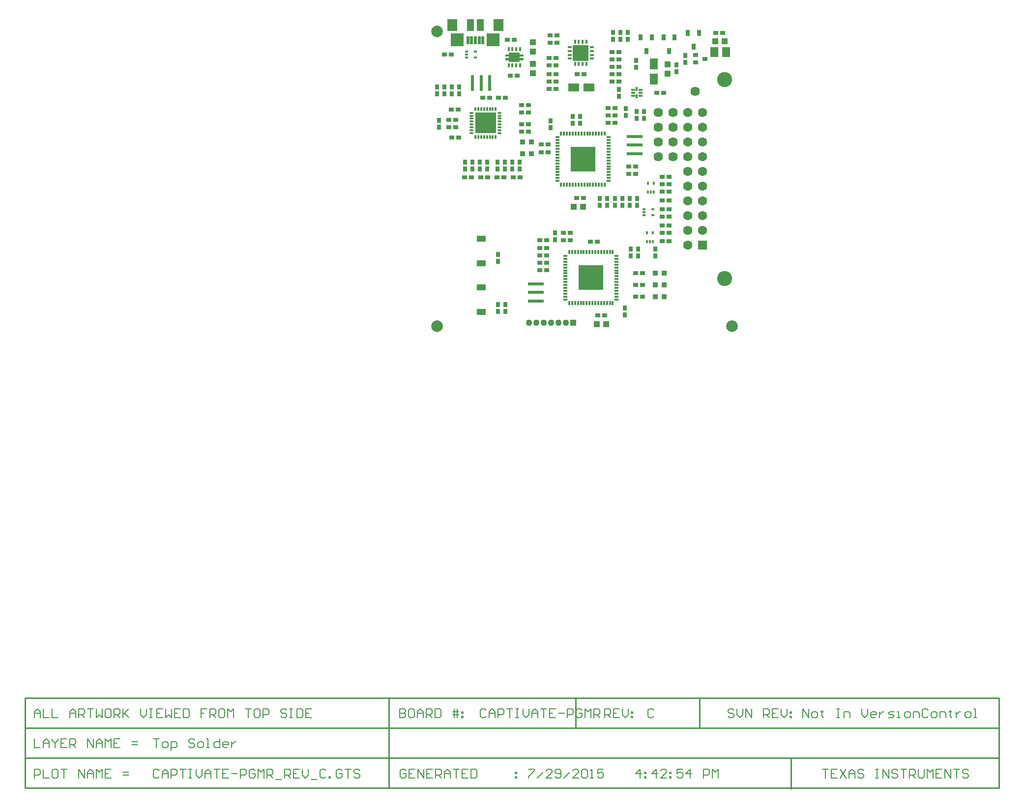
<source format=gts>
%FSAX25Y25*%
%MOIN*%
G70*
G01*
G75*
G04 Layer_Color=8388736*
%ADD10R,0.01575X0.10236*%
%ADD11R,0.03150X0.02362*%
%ADD12R,0.03150X0.03150*%
%ADD13R,0.03937X0.03740*%
%ADD14R,0.01969X0.01181*%
%ADD15R,0.01181X0.01969*%
%ADD16R,0.02362X0.03150*%
%ADD17R,0.10236X0.01575*%
G04:AMPARAMS|DCode=18|XSize=23.62mil|YSize=39.37mil|CornerRadius=5.91mil|HoleSize=0mil|Usage=FLASHONLY|Rotation=0.000|XOffset=0mil|YOffset=0mil|HoleType=Round|Shape=RoundedRectangle|*
%AMROUNDEDRECTD18*
21,1,0.02362,0.02756,0,0,0.0*
21,1,0.01181,0.03937,0,0,0.0*
1,1,0.01181,0.00591,-0.01378*
1,1,0.01181,-0.00591,-0.01378*
1,1,0.01181,-0.00591,0.01378*
1,1,0.01181,0.00591,0.01378*
%
%ADD18ROUNDEDRECTD18*%
%ADD19R,0.05000X0.06300*%
%ADD20R,0.03740X0.03937*%
%ADD21R,0.04921X0.07087*%
%ADD22R,0.07087X0.04921*%
%ADD23C,0.03937*%
%ADD24O,0.00945X0.02362*%
%ADD25O,0.02362X0.00945*%
%ADD26R,0.16732X0.16732*%
%ADD27R,0.13583X0.13583*%
%ADD28R,0.06890X0.05906*%
%ADD29O,0.01181X0.02362*%
%ADD30R,0.01181X0.02362*%
%ADD31R,0.02165X0.00984*%
%ADD32R,0.02165X0.00787*%
%ADD33R,0.05512X0.03740*%
%ADD34R,0.08268X0.08268*%
%ADD35R,0.06299X0.07480*%
%ADD36R,0.04724X0.07480*%
%ADD37R,0.01575X0.05315*%
%ADD38O,0.02362X0.01181*%
%ADD39R,0.10630X0.10630*%
%ADD40C,0.00800*%
%ADD41C,0.00900*%
%ADD42C,0.01000*%
%ADD43C,0.02000*%
%ADD44C,0.01500*%
%ADD45C,0.01200*%
%ADD46R,0.17200X0.17200*%
%ADD47C,0.06000*%
%ADD48C,0.05906*%
%ADD49R,0.05906X0.05906*%
%ADD50R,0.03937X0.03937*%
%ADD51C,0.09843*%
%ADD52C,0.03000*%
%ADD53C,0.01969*%
%ADD54C,0.04000*%
%ADD55C,0.00100*%
%ADD56C,0.07543*%
%ADD57C,0.06756*%
%ADD58C,0.10693*%
%ADD59C,0.08000*%
%ADD60C,0.05600*%
%ADD61C,0.04787*%
%ADD62C,0.00700*%
%ADD63C,0.00787*%
%ADD64C,0.00669*%
%ADD65C,0.00600*%
%ADD66R,0.01969X0.06299*%
%ADD67R,0.01968X0.06299*%
%ADD68R,0.00787X0.03248*%
%ADD69R,0.01969X0.06299*%
%ADD70R,0.01280X0.02658*%
%ADD71R,0.07039X0.07039*%
%ADD72R,0.05850X0.05850*%
%ADD73R,0.06240X0.05445*%
%ADD74R,0.04677X0.04677*%
%ADD75R,0.00100X0.00100*%
%ADD76R,0.01969X0.10630*%
%ADD77R,0.03543X0.02756*%
%ADD78R,0.03543X0.03543*%
%ADD79R,0.04331X0.04134*%
%ADD80R,0.02362X0.01575*%
%ADD81R,0.01575X0.02362*%
%ADD82R,0.02756X0.03543*%
%ADD83R,0.10630X0.01969*%
G04:AMPARAMS|DCode=84|XSize=27.56mil|YSize=43.31mil|CornerRadius=7.87mil|HoleSize=0mil|Usage=FLASHONLY|Rotation=0.000|XOffset=0mil|YOffset=0mil|HoleType=Round|Shape=RoundedRectangle|*
%AMROUNDEDRECTD84*
21,1,0.02756,0.02756,0,0,0.0*
21,1,0.01181,0.04331,0,0,0.0*
1,1,0.01575,0.00591,-0.01378*
1,1,0.01575,-0.00591,-0.01378*
1,1,0.01575,-0.00591,0.01378*
1,1,0.01575,0.00591,0.01378*
%
%ADD84ROUNDEDRECTD84*%
%ADD85R,0.05394X0.06694*%
%ADD86R,0.04134X0.04331*%
%ADD87R,0.05315X0.07480*%
%ADD88R,0.07480X0.05315*%
%ADD89C,0.07874*%
%ADD90O,0.01496X0.02913*%
%ADD91O,0.02913X0.01496*%
%ADD92R,0.17126X0.17126*%
%ADD93O,0.02756X0.01339*%
%ADD94O,0.01339X0.02756*%
%ADD95R,0.13976X0.13976*%
%ADD96R,0.07284X0.06299*%
%ADD97O,0.01575X0.02756*%
%ADD98R,0.01575X0.02756*%
%ADD99R,0.02559X0.01378*%
%ADD100R,0.02559X0.01181*%
%ADD101R,0.05906X0.04134*%
%ADD102R,0.08661X0.08661*%
%ADD103R,0.06693X0.07874*%
%ADD104R,0.05118X0.07874*%
%ADD105R,0.01969X0.05709*%
%ADD106O,0.02756X0.01575*%
%ADD107R,0.11024X0.11024*%
%ADD108C,0.06394*%
%ADD109C,0.06299*%
%ADD110R,0.06299X0.06299*%
%ADD111C,0.04331*%
%ADD112R,0.04331X0.04331*%
%ADD113C,0.10236*%
%ADD114C,0.02362*%
G36*
X0375184Y0539047D02*
X0375221Y0539036D01*
X0375255Y0539017D01*
X0375285Y0538993D01*
X0375309Y0538963D01*
X0375328Y0538928D01*
X0375339Y0538891D01*
X0375343Y0538853D01*
Y0537928D01*
X0377606Y0537928D01*
X0377644Y0537925D01*
X0377681Y0537914D01*
X0377715Y0537895D01*
X0377745Y0537871D01*
X0377770Y0537841D01*
X0377788Y0537806D01*
X0377800Y0537769D01*
X0377803Y0537731D01*
Y0536628D01*
X0377800Y0536590D01*
X0377788Y0536553D01*
X0377770Y0536518D01*
X0377745Y0536488D01*
X0377715Y0536464D01*
X0377681Y0536446D01*
X0377644Y0536434D01*
X0377606Y0536431D01*
X0375343Y0536431D01*
Y0535369D01*
X0377606D01*
X0377644Y0535366D01*
X0377681Y0535354D01*
X0377715Y0535336D01*
X0377745Y0535312D01*
X0377770Y0535282D01*
X0377788Y0535247D01*
X0377800Y0535210D01*
X0377803Y0535172D01*
Y0534069D01*
X0377800Y0534031D01*
X0377788Y0533994D01*
X0377770Y0533959D01*
X0377745Y0533929D01*
X0377715Y0533905D01*
X0377681Y0533886D01*
X0377644Y0533875D01*
X0377606Y0533872D01*
X0375343D01*
Y0532947D01*
X0375339Y0532909D01*
X0375328Y0532872D01*
X0375309Y0532837D01*
X0375285Y0532807D01*
X0375255Y0532783D01*
X0375221Y0532764D01*
X0375184Y0532753D01*
X0375145Y0532749D01*
X0368255D01*
X0368216Y0532753D01*
X0368179Y0532764D01*
X0368145Y0532783D01*
X0368115Y0532807D01*
X0368091Y0532837D01*
X0368072Y0532872D01*
X0368061Y0532909D01*
X0368057Y0532947D01*
Y0533872D01*
X0365794D01*
X0365756Y0533875D01*
X0365719Y0533886D01*
X0365685Y0533905D01*
X0365655Y0533929D01*
X0365630Y0533959D01*
X0365612Y0533994D01*
X0365600Y0534031D01*
X0365597Y0534069D01*
Y0535172D01*
X0365600Y0535210D01*
X0365612Y0535247D01*
X0365630Y0535282D01*
X0365655Y0535312D01*
X0365685Y0535336D01*
X0365719Y0535354D01*
X0365756Y0535366D01*
X0365794Y0535369D01*
X0368057D01*
Y0536431D01*
X0365794Y0536431D01*
X0365756Y0536434D01*
X0365719Y0536446D01*
X0365685Y0536464D01*
X0365655Y0536488D01*
X0365630Y0536518D01*
X0365612Y0536553D01*
X0365600Y0536590D01*
X0365597Y0536628D01*
Y0537731D01*
X0365600Y0537769D01*
X0365612Y0537806D01*
X0365630Y0537841D01*
X0365655Y0537871D01*
X0365685Y0537895D01*
X0365719Y0537914D01*
X0365756Y0537925D01*
X0365794Y0537928D01*
X0368057Y0537928D01*
Y0538853D01*
X0368061Y0538891D01*
X0368072Y0538928D01*
X0368091Y0538963D01*
X0368115Y0538993D01*
X0368145Y0539017D01*
X0368179Y0539036D01*
X0368216Y0539047D01*
X0368255Y0539051D01*
X0375145D01*
X0375184Y0539047D01*
D02*
G37*
G54D40*
X0126900Y0073549D02*
X0130899D01*
X0128899D01*
Y0067551D01*
X0133898D02*
X0135897D01*
X0136897Y0068550D01*
Y0070550D01*
X0135897Y0071549D01*
X0133898D01*
X0132898Y0070550D01*
Y0068550D01*
X0133898Y0067551D01*
X0138896Y0065551D02*
Y0071549D01*
X0141895D01*
X0142895Y0070550D01*
Y0068550D01*
X0141895Y0067551D01*
X0138896D01*
X0154891Y0072549D02*
X0153891Y0073549D01*
X0151892D01*
X0150892Y0072549D01*
Y0071549D01*
X0151892Y0070550D01*
X0153891D01*
X0154891Y0069550D01*
Y0068550D01*
X0153891Y0067551D01*
X0151892D01*
X0150892Y0068550D01*
X0157890Y0067551D02*
X0159889D01*
X0160889Y0068550D01*
Y0070550D01*
X0159889Y0071549D01*
X0157890D01*
X0156890Y0070550D01*
Y0068550D01*
X0157890Y0067551D01*
X0162888D02*
X0164888D01*
X0163888D01*
Y0073549D01*
X0162888D01*
X0171885D02*
Y0067551D01*
X0168886D01*
X0167887Y0068550D01*
Y0070550D01*
X0168886Y0071549D01*
X0171885D01*
X0176884Y0067551D02*
X0174884D01*
X0173885Y0068550D01*
Y0070550D01*
X0174884Y0071549D01*
X0176884D01*
X0177884Y0070550D01*
Y0069550D01*
X0173885D01*
X0179883Y0071549D02*
Y0067551D01*
Y0069550D01*
X0180883Y0070550D01*
X0181882Y0071549D01*
X0182882D01*
X0126900Y0073549D02*
X0130899D01*
X0128899D01*
Y0067551D01*
X0133898D02*
X0135897D01*
X0136897Y0068550D01*
Y0070550D01*
X0135897Y0071549D01*
X0133898D01*
X0132898Y0070550D01*
Y0068550D01*
X0133898Y0067551D01*
X0138896Y0065551D02*
Y0071549D01*
X0141895D01*
X0142895Y0070550D01*
Y0068550D01*
X0141895Y0067551D01*
X0138896D01*
X0154891Y0072549D02*
X0153891Y0073549D01*
X0151892D01*
X0150892Y0072549D01*
Y0071549D01*
X0151892Y0070550D01*
X0153891D01*
X0154891Y0069550D01*
Y0068550D01*
X0153891Y0067551D01*
X0151892D01*
X0150892Y0068550D01*
X0157890Y0067551D02*
X0159889D01*
X0160889Y0068550D01*
Y0070550D01*
X0159889Y0071549D01*
X0157890D01*
X0156890Y0070550D01*
Y0068550D01*
X0157890Y0067551D01*
X0162888D02*
X0164888D01*
X0163888D01*
Y0073549D01*
X0162888D01*
X0171885D02*
Y0067551D01*
X0168886D01*
X0167887Y0068550D01*
Y0070550D01*
X0168886Y0071549D01*
X0171885D01*
X0176884Y0067551D02*
X0174884D01*
X0173885Y0068550D01*
Y0070550D01*
X0174884Y0071549D01*
X0176884D01*
X0177884Y0070550D01*
Y0069550D01*
X0173885D01*
X0179883Y0071549D02*
Y0067551D01*
Y0069550D01*
X0180883Y0070550D01*
X0181882Y0071549D01*
X0182882D01*
X0567400Y0087833D02*
Y0093831D01*
X0571399Y0087833D01*
Y0093831D01*
X0574398Y0087833D02*
X0576397D01*
X0577397Y0088833D01*
Y0090832D01*
X0576397Y0091832D01*
X0574398D01*
X0573398Y0090832D01*
Y0088833D01*
X0574398Y0087833D01*
X0580396Y0092832D02*
Y0091832D01*
X0579396D01*
X0581395D01*
X0580396D01*
Y0088833D01*
X0581395Y0087833D01*
X0590393Y0093831D02*
X0592392D01*
X0591392D01*
Y0087833D01*
X0590393D01*
X0592392D01*
X0595391D02*
Y0091832D01*
X0598390D01*
X0599390Y0090832D01*
Y0087833D01*
X0607387Y0093831D02*
Y0089833D01*
X0609386Y0087833D01*
X0611386Y0089833D01*
Y0093831D01*
X0616384Y0087833D02*
X0614385D01*
X0613385Y0088833D01*
Y0090832D01*
X0614385Y0091832D01*
X0616384D01*
X0617384Y0090832D01*
Y0089833D01*
X0613385D01*
X0619383Y0091832D02*
Y0087833D01*
Y0089833D01*
X0620383Y0090832D01*
X0621383Y0091832D01*
X0622382D01*
X0625381Y0087833D02*
X0628380D01*
X0629380Y0088833D01*
X0628380Y0089833D01*
X0626381D01*
X0625381Y0090832D01*
X0626381Y0091832D01*
X0629380D01*
X0631379Y0087833D02*
X0633379D01*
X0632379D01*
Y0091832D01*
X0631379D01*
X0637377Y0087833D02*
X0639377D01*
X0640376Y0088833D01*
Y0090832D01*
X0639377Y0091832D01*
X0637377D01*
X0636378Y0090832D01*
Y0088833D01*
X0637377Y0087833D01*
X0642376D02*
Y0091832D01*
X0645375D01*
X0646374Y0090832D01*
Y0087833D01*
X0652373Y0092832D02*
X0651373Y0093831D01*
X0649373D01*
X0648374Y0092832D01*
Y0088833D01*
X0649373Y0087833D01*
X0651373D01*
X0652373Y0088833D01*
X0655372Y0087833D02*
X0657371D01*
X0658371Y0088833D01*
Y0090832D01*
X0657371Y0091832D01*
X0655372D01*
X0654372Y0090832D01*
Y0088833D01*
X0655372Y0087833D01*
X0660370D02*
Y0091832D01*
X0663369D01*
X0664369Y0090832D01*
Y0087833D01*
X0667368Y0092832D02*
Y0091832D01*
X0666368D01*
X0668367D01*
X0667368D01*
Y0088833D01*
X0668367Y0087833D01*
X0671366Y0091832D02*
Y0087833D01*
Y0089833D01*
X0672366Y0090832D01*
X0673366Y0091832D01*
X0674365D01*
X0678364Y0087833D02*
X0680364D01*
X0681363Y0088833D01*
Y0090832D01*
X0680364Y0091832D01*
X0678364D01*
X0677364Y0090832D01*
Y0088833D01*
X0678364Y0087833D01*
X0683362D02*
X0685362D01*
X0684362D01*
Y0093831D01*
X0683362D01*
X0520799Y0092832D02*
X0519799Y0093831D01*
X0517800D01*
X0516800Y0092832D01*
Y0091832D01*
X0517800Y0090832D01*
X0519799D01*
X0520799Y0089833D01*
Y0088833D01*
X0519799Y0087833D01*
X0517800D01*
X0516800Y0088833D01*
X0522798Y0093831D02*
Y0089833D01*
X0524797Y0087833D01*
X0526797Y0089833D01*
Y0093831D01*
X0528796Y0087833D02*
Y0093831D01*
X0532795Y0087833D01*
Y0093831D01*
X0540792Y0087833D02*
Y0093831D01*
X0543791D01*
X0544791Y0092832D01*
Y0090832D01*
X0543791Y0089833D01*
X0540792D01*
X0542792D02*
X0544791Y0087833D01*
X0550789Y0093831D02*
X0546790D01*
Y0087833D01*
X0550789D01*
X0546790Y0090832D02*
X0548790D01*
X0552788Y0093831D02*
Y0089833D01*
X0554788Y0087833D01*
X0556787Y0089833D01*
Y0093831D01*
X0558786Y0091832D02*
X0559786D01*
Y0090832D01*
X0558786D01*
Y0091832D01*
Y0088833D02*
X0559786D01*
Y0087833D01*
X0558786D01*
Y0088833D01*
X0433000Y0087833D02*
Y0093831D01*
X0435999D01*
X0436999Y0092832D01*
Y0090832D01*
X0435999Y0089833D01*
X0433000D01*
X0434999D02*
X0436999Y0087833D01*
X0442997Y0093831D02*
X0438998D01*
Y0087833D01*
X0442997D01*
X0438998Y0090832D02*
X0440997D01*
X0444996Y0093831D02*
Y0089833D01*
X0446995Y0087833D01*
X0448995Y0089833D01*
Y0093831D01*
X0450994Y0091832D02*
X0451994D01*
Y0090832D01*
X0450994D01*
Y0091832D01*
Y0088833D02*
X0451994D01*
Y0087833D01*
X0450994D01*
Y0088833D01*
X0130899Y0051965D02*
X0129899Y0052965D01*
X0127900D01*
X0126900Y0051965D01*
Y0047966D01*
X0127900Y0046966D01*
X0129899D01*
X0130899Y0047966D01*
X0132898Y0046966D02*
Y0050965D01*
X0134897Y0052965D01*
X0136897Y0050965D01*
Y0046966D01*
Y0049966D01*
X0132898D01*
X0138896Y0046966D02*
Y0052965D01*
X0141895D01*
X0142895Y0051965D01*
Y0049966D01*
X0141895Y0048966D01*
X0138896D01*
X0144894Y0052965D02*
X0148893D01*
X0146894D01*
Y0046966D01*
X0150892Y0052965D02*
X0152892D01*
X0151892D01*
Y0046966D01*
X0150892D01*
X0152892D01*
X0155891Y0052965D02*
Y0048966D01*
X0157890Y0046966D01*
X0159889Y0048966D01*
Y0052965D01*
X0161889Y0046966D02*
Y0050965D01*
X0163888Y0052965D01*
X0165887Y0050965D01*
Y0046966D01*
Y0049966D01*
X0161889D01*
X0167887Y0052965D02*
X0171885D01*
X0169886D01*
Y0046966D01*
X0177884Y0052965D02*
X0173885D01*
Y0046966D01*
X0177884D01*
X0173885Y0049966D02*
X0175884D01*
X0179883D02*
X0183882D01*
X0185881Y0046966D02*
Y0052965D01*
X0188880D01*
X0189880Y0051965D01*
Y0049966D01*
X0188880Y0048966D01*
X0185881D01*
X0195878Y0051965D02*
X0194878Y0052965D01*
X0192879D01*
X0191879Y0051965D01*
Y0047966D01*
X0192879Y0046966D01*
X0194878D01*
X0195878Y0047966D01*
Y0049966D01*
X0193878D01*
X0197877Y0046966D02*
Y0052965D01*
X0199876Y0050965D01*
X0201876Y0052965D01*
Y0046966D01*
X0203875D02*
Y0052965D01*
X0206874D01*
X0207874Y0051965D01*
Y0049966D01*
X0206874Y0048966D01*
X0203875D01*
X0205874D02*
X0207874Y0046966D01*
X0209873Y0045967D02*
X0213872D01*
X0215871Y0046966D02*
Y0052965D01*
X0218870D01*
X0219870Y0051965D01*
Y0049966D01*
X0218870Y0048966D01*
X0215871D01*
X0217871D02*
X0219870Y0046966D01*
X0225868Y0052965D02*
X0221869D01*
Y0046966D01*
X0225868D01*
X0221869Y0049966D02*
X0223869D01*
X0227867Y0052965D02*
Y0048966D01*
X0229867Y0046966D01*
X0231866Y0048966D01*
Y0052965D01*
X0233865Y0045967D02*
X0237864D01*
X0243862Y0051965D02*
X0242863Y0052965D01*
X0240863D01*
X0239863Y0051965D01*
Y0047966D01*
X0240863Y0046966D01*
X0242863D01*
X0243862Y0047966D01*
X0245862Y0046966D02*
Y0047966D01*
X0246861D01*
Y0046966D01*
X0245862D01*
X0254859Y0051965D02*
X0253859Y0052965D01*
X0251860D01*
X0250860Y0051965D01*
Y0047966D01*
X0251860Y0046966D01*
X0253859D01*
X0254859Y0047966D01*
Y0049966D01*
X0252859D01*
X0256858Y0052965D02*
X0260857D01*
X0258857D01*
Y0046966D01*
X0266855Y0051965D02*
X0265855Y0052965D01*
X0263856D01*
X0262856Y0051965D01*
Y0050965D01*
X0263856Y0049966D01*
X0265855D01*
X0266855Y0048966D01*
Y0047966D01*
X0265855Y0046966D01*
X0263856D01*
X0262856Y0047966D01*
X0381150Y0052965D02*
X0385149D01*
Y0051965D01*
X0381150Y0047966D01*
Y0046966D01*
X0387148D02*
X0391147Y0050965D01*
X0397145Y0046966D02*
X0393146D01*
X0397145Y0050965D01*
Y0051965D01*
X0396145Y0052965D01*
X0394146D01*
X0393146Y0051965D01*
X0399144Y0047966D02*
X0400144Y0046966D01*
X0402143D01*
X0403143Y0047966D01*
Y0051965D01*
X0402143Y0052965D01*
X0400144D01*
X0399144Y0051965D01*
Y0050965D01*
X0400144Y0049966D01*
X0403143D01*
X0405142Y0046966D02*
X0409141Y0050965D01*
X0415139Y0046966D02*
X0411140D01*
X0415139Y0050965D01*
Y0051965D01*
X0414139Y0052965D01*
X0412140D01*
X0411140Y0051965D01*
X0417138D02*
X0418138Y0052965D01*
X0420137D01*
X0421137Y0051965D01*
Y0047966D01*
X0420137Y0046966D01*
X0418138D01*
X0417138Y0047966D01*
Y0051965D01*
X0423136Y0046966D02*
X0425136D01*
X0424136D01*
Y0052965D01*
X0423136Y0051965D01*
X0432133Y0052965D02*
X0428135D01*
Y0049966D01*
X0430134Y0050965D01*
X0431134D01*
X0432133Y0049966D01*
Y0047966D01*
X0431134Y0046966D01*
X0429135D01*
X0428135Y0047966D01*
X0298199Y0051965D02*
X0297199Y0052965D01*
X0295200D01*
X0294200Y0051965D01*
Y0047966D01*
X0295200Y0046966D01*
X0297199D01*
X0298199Y0047966D01*
Y0049966D01*
X0296199D01*
X0304197Y0052965D02*
X0300198D01*
Y0046966D01*
X0304197D01*
X0300198Y0049966D02*
X0302197D01*
X0306196Y0046966D02*
Y0052965D01*
X0310195Y0046966D01*
Y0052965D01*
X0316193D02*
X0312194D01*
Y0046966D01*
X0316193D01*
X0312194Y0049966D02*
X0314194D01*
X0318192Y0046966D02*
Y0052965D01*
X0321191D01*
X0322191Y0051965D01*
Y0049966D01*
X0321191Y0048966D01*
X0318192D01*
X0320192D02*
X0322191Y0046966D01*
X0324190D02*
Y0050965D01*
X0326190Y0052965D01*
X0328189Y0050965D01*
Y0046966D01*
Y0049966D01*
X0324190D01*
X0330188Y0052965D02*
X0334187D01*
X0332188D01*
Y0046966D01*
X0340185Y0052965D02*
X0336186D01*
Y0046966D01*
X0340185D01*
X0336186Y0049966D02*
X0338186D01*
X0342184Y0052965D02*
Y0046966D01*
X0345183D01*
X0346183Y0047966D01*
Y0051965D01*
X0345183Y0052965D01*
X0342184D01*
X0372175Y0050965D02*
X0373175D01*
Y0049966D01*
X0372175D01*
Y0050965D01*
Y0047966D02*
X0373175D01*
Y0046966D01*
X0372175D01*
Y0047966D01*
X0046350Y0087833D02*
Y0091832D01*
X0048349Y0093831D01*
X0050349Y0091832D01*
Y0087833D01*
Y0090832D01*
X0046350D01*
X0052348Y0093831D02*
Y0087833D01*
X0056347D01*
X0058346Y0093831D02*
Y0087833D01*
X0062345D01*
X0070342D02*
Y0091832D01*
X0072342Y0093831D01*
X0074341Y0091832D01*
Y0087833D01*
Y0090832D01*
X0070342D01*
X0076340Y0087833D02*
Y0093831D01*
X0079339D01*
X0080339Y0092832D01*
Y0090832D01*
X0079339Y0089833D01*
X0076340D01*
X0078340D02*
X0080339Y0087833D01*
X0082338Y0093831D02*
X0086337D01*
X0084338D01*
Y0087833D01*
X0088336Y0093831D02*
Y0087833D01*
X0090336Y0089833D01*
X0092335Y0087833D01*
Y0093831D01*
X0097334D02*
X0095334D01*
X0094335Y0092832D01*
Y0088833D01*
X0095334Y0087833D01*
X0097334D01*
X0098333Y0088833D01*
Y0092832D01*
X0097334Y0093831D01*
X0100332Y0087833D02*
Y0093831D01*
X0103332D01*
X0104331Y0092832D01*
Y0090832D01*
X0103332Y0089833D01*
X0100332D01*
X0102332D02*
X0104331Y0087833D01*
X0106331Y0093831D02*
Y0087833D01*
Y0089833D01*
X0110329Y0093831D01*
X0107330Y0090832D01*
X0110329Y0087833D01*
X0118327Y0093831D02*
Y0089833D01*
X0120326Y0087833D01*
X0122325Y0089833D01*
Y0093831D01*
X0124325D02*
X0126324D01*
X0125324D01*
Y0087833D01*
X0124325D01*
X0126324D01*
X0133322Y0093831D02*
X0129323D01*
Y0087833D01*
X0133322D01*
X0129323Y0090832D02*
X0131323D01*
X0135321Y0093831D02*
Y0087833D01*
X0137321Y0089833D01*
X0139320Y0087833D01*
Y0093831D01*
X0145318D02*
X0141319D01*
Y0087833D01*
X0145318D01*
X0141319Y0090832D02*
X0143319D01*
X0147317Y0093831D02*
Y0087833D01*
X0150316D01*
X0151316Y0088833D01*
Y0092832D01*
X0150316Y0093831D01*
X0147317D01*
X0163312D02*
X0159313D01*
Y0090832D01*
X0161313D01*
X0159313D01*
Y0087833D01*
X0165312D02*
Y0093831D01*
X0168310D01*
X0169310Y0092832D01*
Y0090832D01*
X0168310Y0089833D01*
X0165312D01*
X0167311D02*
X0169310Y0087833D01*
X0174309Y0093831D02*
X0172309D01*
X0171310Y0092832D01*
Y0088833D01*
X0172309Y0087833D01*
X0174309D01*
X0175308Y0088833D01*
Y0092832D01*
X0174309Y0093831D01*
X0177308Y0087833D02*
Y0093831D01*
X0179307Y0091832D01*
X0181306Y0093831D01*
Y0087833D01*
X0189304Y0093831D02*
X0193303D01*
X0191303D01*
Y0087833D01*
X0198301Y0093831D02*
X0196301D01*
X0195302Y0092832D01*
Y0088833D01*
X0196301Y0087833D01*
X0198301D01*
X0199301Y0088833D01*
Y0092832D01*
X0198301Y0093831D01*
X0201300Y0087833D02*
Y0093831D01*
X0204299D01*
X0205299Y0092832D01*
Y0090832D01*
X0204299Y0089833D01*
X0201300D01*
X0217295Y0092832D02*
X0216295Y0093831D01*
X0214296D01*
X0213296Y0092832D01*
Y0091832D01*
X0214296Y0090832D01*
X0216295D01*
X0217295Y0089833D01*
Y0088833D01*
X0216295Y0087833D01*
X0214296D01*
X0213296Y0088833D01*
X0219294Y0093831D02*
X0221293D01*
X0220294D01*
Y0087833D01*
X0219294D01*
X0221293D01*
X0224292Y0093831D02*
Y0087833D01*
X0227291D01*
X0228291Y0088833D01*
Y0092832D01*
X0227291Y0093831D01*
X0224292D01*
X0234289D02*
X0230291D01*
Y0087833D01*
X0234289D01*
X0230291Y0090832D02*
X0232290D01*
X0466149Y0092832D02*
X0465149Y0093831D01*
X0463150D01*
X0462150Y0092832D01*
Y0088833D01*
X0463150Y0087833D01*
X0465149D01*
X0466149Y0088833D01*
X0352549Y0092832D02*
X0351549Y0093831D01*
X0349550D01*
X0348550Y0092832D01*
Y0088833D01*
X0349550Y0087833D01*
X0351549D01*
X0352549Y0088833D01*
X0354548Y0087833D02*
Y0091832D01*
X0356547Y0093831D01*
X0358547Y0091832D01*
Y0087833D01*
Y0090832D01*
X0354548D01*
X0360546Y0087833D02*
Y0093831D01*
X0363545D01*
X0364545Y0092832D01*
Y0090832D01*
X0363545Y0089833D01*
X0360546D01*
X0366544Y0093831D02*
X0370543D01*
X0368544D01*
Y0087833D01*
X0372542Y0093831D02*
X0374542D01*
X0373542D01*
Y0087833D01*
X0372542D01*
X0374542D01*
X0377541Y0093831D02*
Y0089833D01*
X0379540Y0087833D01*
X0381539Y0089833D01*
Y0093831D01*
X0383539Y0087833D02*
Y0091832D01*
X0385538Y0093831D01*
X0387537Y0091832D01*
Y0087833D01*
Y0090832D01*
X0383539D01*
X0389537Y0093831D02*
X0393535D01*
X0391536D01*
Y0087833D01*
X0399534Y0093831D02*
X0395535D01*
Y0087833D01*
X0399534D01*
X0395535Y0090832D02*
X0397534D01*
X0401533D02*
X0405532D01*
X0407531Y0087833D02*
Y0093831D01*
X0410530D01*
X0411530Y0092832D01*
Y0090832D01*
X0410530Y0089833D01*
X0407531D01*
X0417528Y0092832D02*
X0416528Y0093831D01*
X0414529D01*
X0413529Y0092832D01*
Y0088833D01*
X0414529Y0087833D01*
X0416528D01*
X0417528Y0088833D01*
Y0090832D01*
X0415528D01*
X0419527Y0087833D02*
Y0093831D01*
X0421526Y0091832D01*
X0423526Y0093831D01*
Y0087833D01*
X0425525D02*
Y0093831D01*
X0428524D01*
X0429524Y0092832D01*
Y0090832D01*
X0428524Y0089833D01*
X0425525D01*
X0427524D02*
X0429524Y0087833D01*
X0294000Y0093831D02*
Y0087833D01*
X0296999D01*
X0297999Y0088833D01*
Y0089833D01*
X0296999Y0090832D01*
X0294000D01*
X0296999D01*
X0297999Y0091832D01*
Y0092832D01*
X0296999Y0093831D01*
X0294000D01*
X0302997D02*
X0300998D01*
X0299998Y0092832D01*
Y0088833D01*
X0300998Y0087833D01*
X0302997D01*
X0303997Y0088833D01*
Y0092832D01*
X0302997Y0093831D01*
X0305996Y0087833D02*
Y0091832D01*
X0307996Y0093831D01*
X0309995Y0091832D01*
Y0087833D01*
Y0090832D01*
X0305996D01*
X0311994Y0087833D02*
Y0093831D01*
X0314993D01*
X0315993Y0092832D01*
Y0090832D01*
X0314993Y0089833D01*
X0311994D01*
X0313994D02*
X0315993Y0087833D01*
X0317992Y0093831D02*
Y0087833D01*
X0320991D01*
X0321991Y0088833D01*
Y0092832D01*
X0320991Y0093831D01*
X0317992D01*
X0330988Y0087833D02*
Y0093831D01*
X0332987D02*
Y0087833D01*
X0329988Y0091832D02*
X0332987D01*
X0333987D01*
X0329988Y0089833D02*
X0333987D01*
X0335986Y0091832D02*
X0336986D01*
Y0090832D01*
X0335986D01*
Y0091832D01*
Y0088833D02*
X0336986D01*
Y0087833D01*
X0335986D01*
Y0088833D01*
X0046350Y0073549D02*
Y0067551D01*
X0050349D01*
X0052348D02*
Y0071549D01*
X0054347Y0073549D01*
X0056347Y0071549D01*
Y0067551D01*
Y0070550D01*
X0052348D01*
X0058346Y0073549D02*
Y0072549D01*
X0060346Y0070550D01*
X0062345Y0072549D01*
Y0073549D01*
X0060346Y0070550D02*
Y0067551D01*
X0068343Y0073549D02*
X0064344D01*
Y0067551D01*
X0068343D01*
X0064344Y0070550D02*
X0066343D01*
X0070342Y0067551D02*
Y0073549D01*
X0073341D01*
X0074341Y0072549D01*
Y0070550D01*
X0073341Y0069550D01*
X0070342D01*
X0072342D02*
X0074341Y0067551D01*
X0082338D02*
Y0073549D01*
X0086337Y0067551D01*
Y0073549D01*
X0088336Y0067551D02*
Y0071549D01*
X0090336Y0073549D01*
X0092335Y0071549D01*
Y0067551D01*
Y0070550D01*
X0088336D01*
X0094335Y0067551D02*
Y0073549D01*
X0096334Y0071549D01*
X0098333Y0073549D01*
Y0067551D01*
X0104331Y0073549D02*
X0100332D01*
Y0067551D01*
X0104331D01*
X0100332Y0070550D02*
X0102332D01*
X0112329Y0069550D02*
X0116327D01*
X0112329Y0071549D02*
X0116327D01*
X0046350Y0046966D02*
Y0052965D01*
X0049349D01*
X0050349Y0051965D01*
Y0049966D01*
X0049349Y0048966D01*
X0046350D01*
X0052348Y0052965D02*
Y0046966D01*
X0056347D01*
X0061345Y0052965D02*
X0059346D01*
X0058346Y0051965D01*
Y0047966D01*
X0059346Y0046966D01*
X0061345D01*
X0062345Y0047966D01*
Y0051965D01*
X0061345Y0052965D01*
X0064344D02*
X0068343D01*
X0066343D01*
Y0046966D01*
X0076340D02*
Y0052965D01*
X0080339Y0046966D01*
Y0052965D01*
X0082338Y0046966D02*
Y0050965D01*
X0084338Y0052965D01*
X0086337Y0050965D01*
Y0046966D01*
Y0049966D01*
X0082338D01*
X0088336Y0046966D02*
Y0052965D01*
X0090336Y0050965D01*
X0092335Y0052965D01*
Y0046966D01*
X0098333Y0052965D02*
X0094335D01*
Y0046966D01*
X0098333D01*
X0094335Y0049966D02*
X0096334D01*
X0106331Y0048966D02*
X0110329D01*
X0106331Y0050965D02*
X0110329D01*
X0457049Y0046966D02*
Y0052965D01*
X0454050Y0049966D01*
X0458049D01*
X0460048Y0050965D02*
X0461048D01*
Y0049966D01*
X0460048D01*
Y0050965D01*
Y0047966D02*
X0461048D01*
Y0046966D01*
X0460048D01*
Y0047966D01*
X0468046Y0046966D02*
Y0052965D01*
X0465046Y0049966D01*
X0469045D01*
X0475043Y0046966D02*
X0471044D01*
X0475043Y0050965D01*
Y0051965D01*
X0474044Y0052965D01*
X0472044D01*
X0471044Y0051965D01*
X0477043Y0050965D02*
X0478042D01*
Y0049966D01*
X0477043D01*
Y0050965D01*
Y0047966D02*
X0478042D01*
Y0046966D01*
X0477043D01*
Y0047966D01*
X0486040Y0052965D02*
X0482041D01*
Y0049966D01*
X0484040Y0050965D01*
X0485040D01*
X0486040Y0049966D01*
Y0047966D01*
X0485040Y0046966D01*
X0483041D01*
X0482041Y0047966D01*
X0491038Y0046966D02*
Y0052965D01*
X0488039Y0049966D01*
X0492038D01*
X0500035Y0046966D02*
Y0052965D01*
X0503034D01*
X0504034Y0051965D01*
Y0049966D01*
X0503034Y0048966D01*
X0500035D01*
X0506033Y0046966D02*
Y0052965D01*
X0508033Y0050965D01*
X0510032Y0052965D01*
Y0046966D01*
X0580500Y0052965D02*
X0584499D01*
X0582499D01*
Y0046966D01*
X0590497Y0052965D02*
X0586498D01*
Y0046966D01*
X0590497D01*
X0586498Y0049966D02*
X0588497D01*
X0592496Y0052965D02*
X0596495Y0046966D01*
Y0052965D02*
X0592496Y0046966D01*
X0598494D02*
Y0050965D01*
X0600493Y0052965D01*
X0602493Y0050965D01*
Y0046966D01*
Y0049966D01*
X0598494D01*
X0608491Y0051965D02*
X0607491Y0052965D01*
X0605492D01*
X0604492Y0051965D01*
Y0050965D01*
X0605492Y0049966D01*
X0607491D01*
X0608491Y0048966D01*
Y0047966D01*
X0607491Y0046966D01*
X0605492D01*
X0604492Y0047966D01*
X0616488Y0052965D02*
X0618488D01*
X0617488D01*
Y0046966D01*
X0616488D01*
X0618488D01*
X0621487D02*
Y0052965D01*
X0625486Y0046966D01*
Y0052965D01*
X0631484Y0051965D02*
X0630484Y0052965D01*
X0628484D01*
X0627485Y0051965D01*
Y0050965D01*
X0628484Y0049966D01*
X0630484D01*
X0631484Y0048966D01*
Y0047966D01*
X0630484Y0046966D01*
X0628484D01*
X0627485Y0047966D01*
X0633483Y0052965D02*
X0637482D01*
X0635482D01*
Y0046966D01*
X0639481D02*
Y0052965D01*
X0642480D01*
X0643480Y0051965D01*
Y0049966D01*
X0642480Y0048966D01*
X0639481D01*
X0641480D02*
X0643480Y0046966D01*
X0645479Y0052965D02*
Y0047966D01*
X0646479Y0046966D01*
X0648478D01*
X0649478Y0047966D01*
Y0052965D01*
X0651477Y0046966D02*
Y0052965D01*
X0653476Y0050965D01*
X0655476Y0052965D01*
Y0046966D01*
X0661474Y0052965D02*
X0657475D01*
Y0046966D01*
X0661474D01*
X0657475Y0049966D02*
X0659474D01*
X0663473Y0046966D02*
Y0052965D01*
X0667472Y0046966D01*
Y0052965D01*
X0669471D02*
X0673470D01*
X0671471D01*
Y0046966D01*
X0679468Y0051965D02*
X0678468Y0052965D01*
X0676469D01*
X0675469Y0051965D01*
Y0050965D01*
X0676469Y0049966D01*
X0678468D01*
X0679468Y0048966D01*
Y0047966D01*
X0678468Y0046966D01*
X0676469D01*
X0675469Y0047966D01*
G54D42*
X0497200Y0080717D02*
Y0101050D01*
X0413200Y0080717D02*
Y0101050D01*
X0040000Y0080717D02*
X0700200D01*
X0040000Y0060383D02*
X0700000D01*
X0040000Y0040050D02*
X0440500D01*
X0040050Y0101050D02*
X0700200D01*
X0040050Y0040050D02*
Y0101050D01*
Y0040050D02*
X0197600D01*
X0040000D02*
Y0101050D01*
X0286500Y0040050D02*
Y0101050D01*
X0700200Y0040050D02*
Y0101050D01*
X0440500Y0040050D02*
X0700200D01*
X0559400Y0039400D02*
Y0059683D01*
G54D76*
X0355105Y0518400D02*
D03*
X0343295D02*
D03*
X0349200D02*
D03*
G54D77*
X0324338Y0537900D02*
D03*
X0329062D02*
D03*
X0453838Y0389400D02*
D03*
X0458563D02*
D03*
X0428338Y0360900D02*
D03*
X0433062D02*
D03*
X0381200Y0503400D02*
D03*
X0376476D02*
D03*
X0381200Y0498400D02*
D03*
X0376476D02*
D03*
X0381200Y0490400D02*
D03*
X0376476D02*
D03*
X0381200Y0485400D02*
D03*
X0376476D02*
D03*
X0359838Y0454400D02*
D03*
X0364562D02*
D03*
X0375562D02*
D03*
X0370838D02*
D03*
X0355062Y0508400D02*
D03*
X0350338D02*
D03*
X0337838Y0454400D02*
D03*
X0342562D02*
D03*
X0348838Y0454400D02*
D03*
X0353562D02*
D03*
X0334062Y0481400D02*
D03*
X0329338D02*
D03*
X0333562Y0500400D02*
D03*
X0328838D02*
D03*
X0373562Y0523400D02*
D03*
X0368838D02*
D03*
X0404838Y0416900D02*
D03*
X0409562D02*
D03*
X0388838Y0411900D02*
D03*
X0393562D02*
D03*
X0388838Y0406400D02*
D03*
X0393562D02*
D03*
X0404838Y0411900D02*
D03*
X0409562D02*
D03*
X0458562Y0381400D02*
D03*
X0453838D02*
D03*
X0458563Y0373400D02*
D03*
X0453838D02*
D03*
X0435338Y0501400D02*
D03*
X0440062D02*
D03*
X0442562Y0539400D02*
D03*
X0437838D02*
D03*
X0400562Y0550900D02*
D03*
X0395838D02*
D03*
X0400562Y0545900D02*
D03*
X0395838D02*
D03*
X0442562Y0519565D02*
D03*
X0437838D02*
D03*
Y0529565D02*
D03*
X0442562D02*
D03*
X0435338Y0491400D02*
D03*
X0440062D02*
D03*
X0468338Y0511900D02*
D03*
X0473062D02*
D03*
X0395338Y0519400D02*
D03*
X0400062D02*
D03*
X0389838Y0471400D02*
D03*
X0394562D02*
D03*
X0389838Y0476900D02*
D03*
X0394562D02*
D03*
X0365562Y0508400D02*
D03*
X0360838D02*
D03*
X0332062Y0488400D02*
D03*
X0327338D02*
D03*
X0371562Y0547900D02*
D03*
X0366838D02*
D03*
X0393562Y0391400D02*
D03*
X0388838D02*
D03*
X0393562Y0396400D02*
D03*
X0388838D02*
D03*
X0423338Y0410900D02*
D03*
X0428062D02*
D03*
X0393562Y0401400D02*
D03*
X0388838D02*
D03*
X0508338Y0552400D02*
D03*
X0513062D02*
D03*
X0437838Y0524565D02*
D03*
X0442562D02*
D03*
X0440062Y0496400D02*
D03*
X0435338D02*
D03*
X0400062Y0514400D02*
D03*
X0395338D02*
D03*
X0449338Y0461900D02*
D03*
X0454062D02*
D03*
X0449338Y0456900D02*
D03*
X0454062D02*
D03*
X0418562Y0440400D02*
D03*
X0413838D02*
D03*
X0414338Y0524400D02*
D03*
X0419062D02*
D03*
X0395338Y0524400D02*
D03*
X0400062D02*
D03*
X0395338Y0530400D02*
D03*
X0400062D02*
D03*
X0442562Y0534565D02*
D03*
X0437838D02*
D03*
X0395338Y0535400D02*
D03*
X0400062D02*
D03*
X0494550Y0537459D02*
D03*
Y0532341D02*
D03*
X0500850Y0534900D02*
D03*
X0332062Y0493400D02*
D03*
X0327338D02*
D03*
X0476562Y0449900D02*
D03*
X0471838D02*
D03*
Y0454900D02*
D03*
X0476562D02*
D03*
Y0444900D02*
D03*
X0471838D02*
D03*
Y0438900D02*
D03*
X0476562D02*
D03*
Y0432735D02*
D03*
X0471838D02*
D03*
Y0427735D02*
D03*
X0476562D02*
D03*
Y0421735D02*
D03*
X0471838D02*
D03*
Y0416735D02*
D03*
X0476562D02*
D03*
Y0411235D02*
D03*
X0471838D02*
D03*
G54D78*
X0467248Y0389400D02*
D03*
X0473153D02*
D03*
X0473153Y0381400D02*
D03*
X0467247D02*
D03*
X0467248Y0373400D02*
D03*
X0473153D02*
D03*
X0377247Y0470400D02*
D03*
X0383153D02*
D03*
Y0478400D02*
D03*
X0377247D02*
D03*
G54D79*
X0427550Y0354900D02*
D03*
X0433850D02*
D03*
X0412050Y0434400D02*
D03*
X0418350D02*
D03*
X0508050Y0546900D02*
D03*
X0514350D02*
D03*
G54D80*
X0465653Y0432703D02*
D03*
Y0428766D02*
D03*
X0459747D02*
D03*
Y0430735D02*
D03*
Y0432703D02*
D03*
X0345153Y0539868D02*
D03*
Y0535931D02*
D03*
X0339247D02*
D03*
Y0537900D02*
D03*
Y0539868D02*
D03*
G54D81*
X0461732Y0416853D02*
D03*
X0465669D02*
D03*
Y0410947D02*
D03*
X0463701D02*
D03*
X0461732D02*
D03*
X0462231Y0450353D02*
D03*
X0466169D02*
D03*
Y0444447D02*
D03*
X0464200D02*
D03*
X0462231D02*
D03*
G54D82*
X0455700Y0401038D02*
D03*
Y0405762D02*
D03*
X0450700D02*
D03*
Y0401038D02*
D03*
X0467200Y0405762D02*
D03*
Y0401038D02*
D03*
X0370200Y0460038D02*
D03*
Y0464762D02*
D03*
X0365200Y0460038D02*
D03*
Y0464762D02*
D03*
X0348200Y0464762D02*
D03*
Y0460038D02*
D03*
X0343200Y0464762D02*
D03*
Y0460038D02*
D03*
X0319200Y0515762D02*
D03*
Y0511038D02*
D03*
X0334200Y0515762D02*
D03*
Y0511038D02*
D03*
X0360700Y0397538D02*
D03*
Y0402262D02*
D03*
X0365700Y0363538D02*
D03*
Y0368262D02*
D03*
X0454200Y0533762D02*
D03*
Y0529038D02*
D03*
X0487700Y0532538D02*
D03*
Y0537262D02*
D03*
X0443700Y0548038D02*
D03*
Y0552762D02*
D03*
X0438700D02*
D03*
Y0548038D02*
D03*
X0447200Y0496538D02*
D03*
Y0501262D02*
D03*
X0454521Y0499262D02*
D03*
Y0494538D02*
D03*
X0439879Y0440262D02*
D03*
Y0435538D02*
D03*
X0449879Y0435538D02*
D03*
Y0440262D02*
D03*
X0444879Y0435538D02*
D03*
Y0440262D02*
D03*
X0320700Y0493262D02*
D03*
Y0488538D02*
D03*
X0360200Y0464762D02*
D03*
Y0460038D02*
D03*
X0375200Y0464762D02*
D03*
Y0460038D02*
D03*
X0338200Y0464762D02*
D03*
Y0460038D02*
D03*
X0353200Y0460038D02*
D03*
Y0464762D02*
D03*
X0324200Y0511038D02*
D03*
Y0515762D02*
D03*
X0329200Y0511038D02*
D03*
Y0515762D02*
D03*
X0446700Y0365762D02*
D03*
Y0361038D02*
D03*
X0399200Y0412038D02*
D03*
Y0416762D02*
D03*
X0360700Y0363538D02*
D03*
Y0368262D02*
D03*
X0481700Y0530762D02*
D03*
Y0526038D02*
D03*
X0448700Y0552762D02*
D03*
Y0548038D02*
D03*
X0459700Y0499262D02*
D03*
Y0494538D02*
D03*
X0416200Y0491038D02*
D03*
Y0495762D02*
D03*
X0396200Y0488038D02*
D03*
Y0492762D02*
D03*
X0411200Y0491038D02*
D03*
Y0495762D02*
D03*
X0454879Y0440262D02*
D03*
Y0435538D02*
D03*
X0434700Y0440262D02*
D03*
Y0435538D02*
D03*
X0442700Y0514262D02*
D03*
Y0509538D02*
D03*
X0429700Y0440262D02*
D03*
Y0435538D02*
D03*
G54D83*
X0386200Y0370494D02*
D03*
Y0382305D02*
D03*
Y0376400D02*
D03*
X0453200Y0482305D02*
D03*
Y0470495D02*
D03*
Y0476400D02*
D03*
G54D84*
X0464940Y0549624D02*
D03*
X0457460D02*
D03*
X0461200Y0540176D02*
D03*
X0496940Y0552625D02*
D03*
X0489460D02*
D03*
X0493200Y0543176D02*
D03*
X0480440Y0549624D02*
D03*
X0472960D02*
D03*
X0476700Y0540175D02*
D03*
G54D85*
X0507200Y0539400D02*
D03*
X0515200D02*
D03*
G54D86*
X0384200Y0546050D02*
D03*
Y0539750D02*
D03*
Y0525250D02*
D03*
Y0531550D02*
D03*
X0475700Y0531050D02*
D03*
Y0524750D02*
D03*
G54D87*
X0466200Y0531518D02*
D03*
Y0521282D02*
D03*
G54D88*
X0422318Y0515400D02*
D03*
X0412082D02*
D03*
G54D89*
X0319200Y0353400D02*
D03*
X0519200D02*
D03*
X0319200Y0553400D02*
D03*
G54D90*
X0408936Y0369077D02*
D03*
X0410905D02*
D03*
X0412873D02*
D03*
X0414842D02*
D03*
X0416810D02*
D03*
X0418779D02*
D03*
X0420747D02*
D03*
X0422716D02*
D03*
X0424684D02*
D03*
X0426653D02*
D03*
X0428621D02*
D03*
X0430590D02*
D03*
X0432558D02*
D03*
X0434527D02*
D03*
X0436495D02*
D03*
X0438464D02*
D03*
Y0403723D02*
D03*
X0436495D02*
D03*
X0434527D02*
D03*
X0432558D02*
D03*
X0430590D02*
D03*
X0428621D02*
D03*
X0426653D02*
D03*
X0424684D02*
D03*
X0422716D02*
D03*
X0420747D02*
D03*
X0418779D02*
D03*
X0416810D02*
D03*
X0414842D02*
D03*
X0412873D02*
D03*
X0410905D02*
D03*
X0408936D02*
D03*
X0432964Y0484223D02*
D03*
X0430995D02*
D03*
X0429027D02*
D03*
X0427058D02*
D03*
X0425090D02*
D03*
X0423121D02*
D03*
X0421153D02*
D03*
X0419184D02*
D03*
X0417216D02*
D03*
X0415247D02*
D03*
X0413279D02*
D03*
X0411310D02*
D03*
X0409342D02*
D03*
X0407373D02*
D03*
X0405405D02*
D03*
X0403436D02*
D03*
Y0449577D02*
D03*
X0405405D02*
D03*
X0407373D02*
D03*
X0409342D02*
D03*
X0411310D02*
D03*
X0413279D02*
D03*
X0415247D02*
D03*
X0417216D02*
D03*
X0419184D02*
D03*
X0421153D02*
D03*
X0423121D02*
D03*
X0425090D02*
D03*
X0427058D02*
D03*
X0429027D02*
D03*
X0430995D02*
D03*
X0432964D02*
D03*
G54D91*
X0441023Y0371633D02*
D03*
Y0373602D02*
D03*
Y0375571D02*
D03*
Y0377539D02*
D03*
Y0379508D02*
D03*
Y0381477D02*
D03*
Y0383447D02*
D03*
Y0385416D02*
D03*
Y0387385D02*
D03*
Y0389353D02*
D03*
Y0391322D02*
D03*
Y0393291D02*
D03*
Y0395261D02*
D03*
Y0397230D02*
D03*
Y0399199D02*
D03*
Y0401167D02*
D03*
X0406377D02*
D03*
Y0399199D02*
D03*
Y0397230D02*
D03*
Y0395261D02*
D03*
Y0393291D02*
D03*
Y0391322D02*
D03*
Y0389353D02*
D03*
Y0387385D02*
D03*
Y0385416D02*
D03*
Y0383447D02*
D03*
Y0381477D02*
D03*
Y0379508D02*
D03*
Y0377539D02*
D03*
Y0375571D02*
D03*
Y0373602D02*
D03*
Y0371633D02*
D03*
X0400877Y0481668D02*
D03*
Y0479699D02*
D03*
Y0477730D02*
D03*
Y0475761D02*
D03*
Y0473792D02*
D03*
Y0471823D02*
D03*
Y0469853D02*
D03*
Y0467884D02*
D03*
Y0465915D02*
D03*
Y0463946D02*
D03*
Y0461977D02*
D03*
Y0460008D02*
D03*
Y0458040D02*
D03*
Y0456071D02*
D03*
Y0454102D02*
D03*
Y0452133D02*
D03*
X0435523D02*
D03*
Y0454102D02*
D03*
Y0456071D02*
D03*
Y0458040D02*
D03*
Y0460008D02*
D03*
Y0461977D02*
D03*
Y0463946D02*
D03*
Y0465915D02*
D03*
Y0467884D02*
D03*
Y0469853D02*
D03*
Y0471823D02*
D03*
Y0473792D02*
D03*
Y0475761D02*
D03*
Y0477730D02*
D03*
Y0479699D02*
D03*
Y0481668D02*
D03*
G54D92*
X0423700Y0386400D02*
D03*
X0418200Y0466900D02*
D03*
G54D93*
X0342751Y0498290D02*
D03*
Y0496321D02*
D03*
Y0494353D02*
D03*
Y0492384D02*
D03*
Y0490416D02*
D03*
Y0488447D02*
D03*
Y0486479D02*
D03*
Y0484510D02*
D03*
X0361649D02*
D03*
Y0486479D02*
D03*
Y0488447D02*
D03*
Y0490416D02*
D03*
Y0492384D02*
D03*
Y0494353D02*
D03*
Y0496321D02*
D03*
Y0498290D02*
D03*
G54D94*
X0345310Y0481951D02*
D03*
X0347279D02*
D03*
X0349247D02*
D03*
X0351216D02*
D03*
X0353184D02*
D03*
X0355153D02*
D03*
X0357121D02*
D03*
X0359090D02*
D03*
Y0500849D02*
D03*
X0357121D02*
D03*
X0355153D02*
D03*
X0353184D02*
D03*
X0351216D02*
D03*
X0349247D02*
D03*
X0347279D02*
D03*
X0345310D02*
D03*
G54D95*
X0352200Y0491400D02*
D03*
G54D96*
X0371700Y0535900D02*
D03*
G54D97*
X0375539Y0530388D02*
D03*
X0372979D02*
D03*
X0370421D02*
D03*
X0367861D02*
D03*
Y0541412D02*
D03*
X0370421D02*
D03*
X0372979D02*
D03*
X0375539D02*
D03*
X0420539Y0546380D02*
D03*
X0417979D02*
D03*
X0415420D02*
D03*
X0412861D02*
D03*
Y0531420D02*
D03*
X0415420D02*
D03*
X0417979D02*
D03*
X0420539D02*
D03*
G54D98*
X0454700Y0514459D02*
D03*
Y0509341D02*
D03*
G54D99*
X0452141Y0513869D02*
D03*
Y0509932D02*
D03*
X0457259D02*
D03*
Y0513869D02*
D03*
G54D100*
X0452141Y0511900D02*
D03*
X0457259D02*
D03*
G54D101*
X0349200Y0412668D02*
D03*
Y0396132D02*
D03*
Y0379668D02*
D03*
Y0363132D02*
D03*
G54D102*
X0333050Y0547892D02*
D03*
X0357460D02*
D03*
G54D103*
X0329507Y0557932D02*
D03*
X0361003D02*
D03*
G54D104*
X0348700D02*
D03*
X0341810D02*
D03*
G54D105*
X0350373Y0547400D02*
D03*
X0347814D02*
D03*
X0345255D02*
D03*
X0342696D02*
D03*
X0340137D02*
D03*
G54D106*
X0424180Y0535061D02*
D03*
Y0537620D02*
D03*
Y0540179D02*
D03*
Y0542739D02*
D03*
X0409220D02*
D03*
Y0540179D02*
D03*
Y0537620D02*
D03*
Y0535061D02*
D03*
G54D107*
X0416700Y0538900D02*
D03*
G54D108*
X0494200Y0512900D02*
D03*
X0479200Y0488400D02*
D03*
Y0498400D02*
D03*
X0469200D02*
D03*
Y0488400D02*
D03*
X0479200Y0478400D02*
D03*
X0469200D02*
D03*
X0479200Y0468400D02*
D03*
X0469200D02*
D03*
G54D109*
X0489200Y0498400D02*
D03*
X0499200D02*
D03*
X0489200Y0488400D02*
D03*
X0499200D02*
D03*
X0489200Y0478400D02*
D03*
X0499200D02*
D03*
X0489200Y0468400D02*
D03*
X0499200D02*
D03*
X0489200Y0458400D02*
D03*
X0499200D02*
D03*
X0489200Y0448400D02*
D03*
X0499200D02*
D03*
X0489200Y0438400D02*
D03*
X0499200D02*
D03*
X0489200Y0428400D02*
D03*
X0499200D02*
D03*
X0489200Y0418400D02*
D03*
X0499200D02*
D03*
X0489200Y0408400D02*
D03*
G54D110*
X0499200D02*
D03*
G54D111*
X0391700Y0355900D02*
D03*
X0386700D02*
D03*
X0396700D02*
D03*
X0401700D02*
D03*
X0406700D02*
D03*
X0381700D02*
D03*
G54D112*
X0411700D02*
D03*
G54D113*
X0514200Y0520900D02*
D03*
Y0385900D02*
D03*
G54D114*
X0416318Y0379018D02*
D03*
Y0386400D02*
D03*
Y0393782D02*
D03*
X0420009Y0386400D02*
D03*
X0423700Y0379018D02*
D03*
Y0382709D02*
D03*
Y0386400D02*
D03*
Y0390091D02*
D03*
Y0393782D02*
D03*
X0427391Y0386400D02*
D03*
X0431082Y0379018D02*
D03*
Y0386400D02*
D03*
Y0393782D02*
D03*
X0425582Y0474282D02*
D03*
Y0466900D02*
D03*
Y0459518D02*
D03*
X0421891Y0466900D02*
D03*
X0418200Y0474282D02*
D03*
Y0470591D02*
D03*
Y0466900D02*
D03*
Y0463209D02*
D03*
Y0459518D02*
D03*
X0414509Y0466900D02*
D03*
X0410818Y0474282D02*
D03*
Y0466900D02*
D03*
Y0459518D02*
D03*
X0352200Y0497207D02*
D03*
X0346393Y0491400D02*
D03*
X0352200D02*
D03*
X0358007D02*
D03*
X0352200Y0485593D02*
D03*
X0369731Y0533931D02*
D03*
Y0537868D02*
D03*
X0373669D02*
D03*
Y0533931D02*
D03*
X0416700Y0534569D02*
D03*
X0421031Y0538900D02*
D03*
X0416700D02*
D03*
X0412369D02*
D03*
X0416700Y0543231D02*
D03*
M02*

</source>
